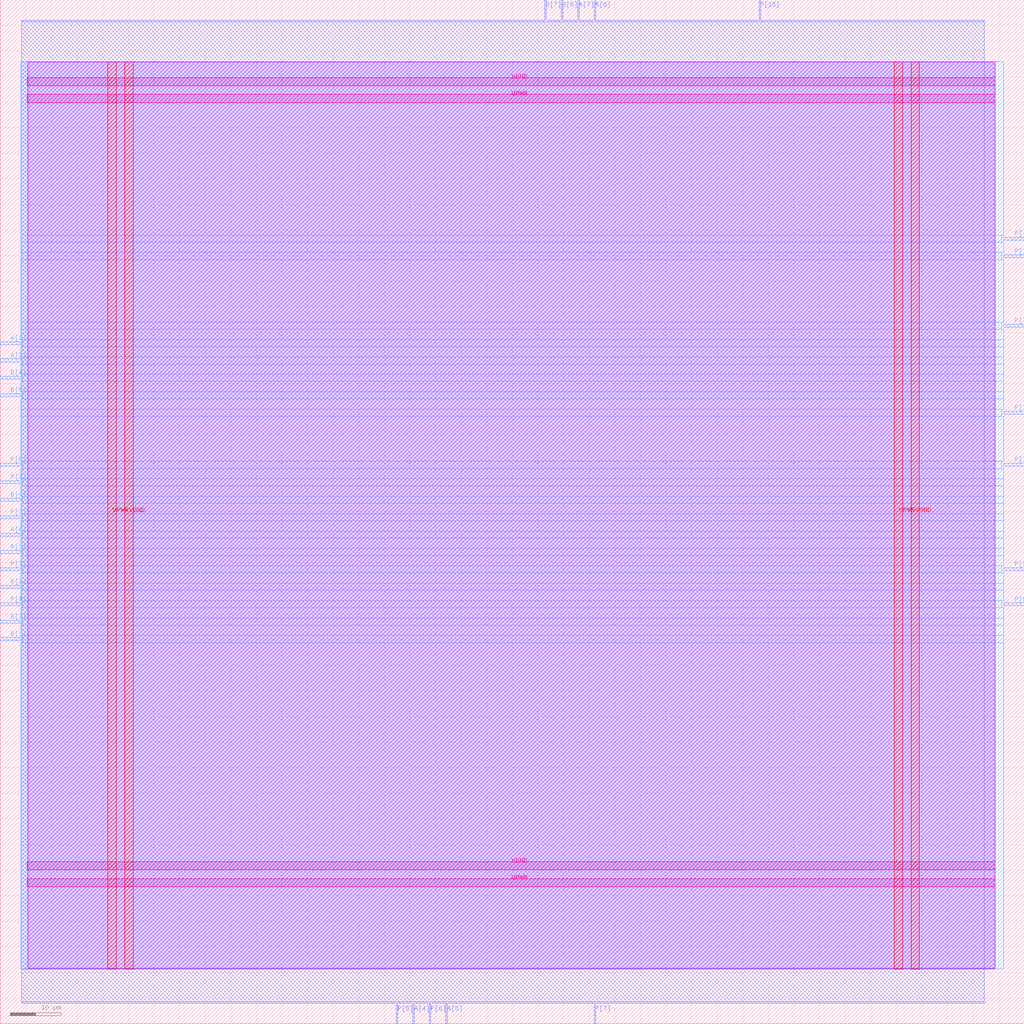
<source format=lef>
VERSION 5.7 ;
  NOWIREEXTENSIONATPIN ON ;
  DIVIDERCHAR "/" ;
  BUSBITCHARS "[]" ;
MACRO mult8_2bits_1op_e17341
  CLASS BLOCK ;
  FOREIGN mult8_2bits_1op_e17341 ;
  ORIGIN 0.000 0.000 ;
  SIZE 200.000 BY 200.000 ;
  PIN A[0]
    DIRECTION INPUT ;
    USE SIGNAL ;
    ANTENNAGATEAREA 0.495000 ;
    PORT
      LAYER met3 ;
        RECT 0.000 95.240 4.000 95.840 ;
    END
  END A[0]
  PIN A[1]
    DIRECTION INPUT ;
    USE SIGNAL ;
    ANTENNAGATEAREA 0.126000 ;
    PORT
      LAYER met3 ;
        RECT 0.000 91.840 4.000 92.440 ;
    END
  END A[1]
  PIN A[2]
    DIRECTION INPUT ;
    USE SIGNAL ;
    ANTENNAGATEAREA 0.196500 ;
    PORT
      LAYER met3 ;
        RECT 0.000 132.640 4.000 133.240 ;
    END
  END A[2]
  PIN A[3]
    DIRECTION INPUT ;
    USE SIGNAL ;
    ANTENNAGATEAREA 0.196500 ;
    PORT
      LAYER met3 ;
        RECT 0.000 129.240 4.000 129.840 ;
    END
  END A[3]
  PIN A[4]
    DIRECTION INPUT ;
    USE SIGNAL ;
    ANTENNAGATEAREA 0.213000 ;
    PORT
      LAYER met2 ;
        RECT 80.590 0.000 80.870 4.000 ;
    END
  END A[4]
  PIN A[5]
    DIRECTION INPUT ;
    USE SIGNAL ;
    ANTENNAGATEAREA 0.213000 ;
    PORT
      LAYER met2 ;
        RECT 87.030 0.000 87.310 4.000 ;
    END
  END A[5]
  PIN A[6]
    DIRECTION INPUT ;
    USE SIGNAL ;
    ANTENNAGATEAREA 0.213000 ;
    PORT
      LAYER met2 ;
        RECT 116.010 196.000 116.290 200.000 ;
    END
  END A[6]
  PIN A[7]
    DIRECTION INPUT ;
    USE SIGNAL ;
    ANTENNAGATEAREA 0.159000 ;
    PORT
      LAYER met2 ;
        RECT 112.790 196.000 113.070 200.000 ;
    END
  END A[7]
  PIN B[0]
    DIRECTION INPUT ;
    USE SIGNAL ;
    ANTENNAGATEAREA 0.159000 ;
    PORT
      LAYER met3 ;
        RECT 0.000 102.040 4.000 102.640 ;
    END
  END B[0]
  PIN B[1]
    DIRECTION INPUT ;
    USE SIGNAL ;
    ANTENNAGATEAREA 0.495000 ;
    PORT
      LAYER met3 ;
        RECT 0.000 74.840 4.000 75.440 ;
    END
  END B[1]
  PIN B[2]
    DIRECTION INPUT ;
    USE SIGNAL ;
    ANTENNAGATEAREA 0.159000 ;
    PORT
      LAYER met3 ;
        RECT 0.000 85.040 4.000 85.640 ;
    END
  END B[2]
  PIN B[3]
    DIRECTION INPUT ;
    USE SIGNAL ;
    ANTENNAGATEAREA 0.495000 ;
    PORT
      LAYER met3 ;
        RECT 0.000 78.240 4.000 78.840 ;
    END
  END B[3]
  PIN B[4]
    DIRECTION INPUT ;
    USE SIGNAL ;
    ANTENNAGATEAREA 0.247500 ;
    PORT
      LAYER met3 ;
        RECT 0.000 125.840 4.000 126.440 ;
    END
  END B[4]
  PIN B[5]
    DIRECTION INPUT ;
    USE SIGNAL ;
    ANTENNAGATEAREA 0.247500 ;
    PORT
      LAYER met3 ;
        RECT 0.000 122.440 4.000 123.040 ;
    END
  END B[5]
  PIN B[6]
    DIRECTION INPUT ;
    USE SIGNAL ;
    ANTENNAGATEAREA 0.213000 ;
    PORT
      LAYER met2 ;
        RECT 109.570 196.000 109.850 200.000 ;
    END
  END B[6]
  PIN B[7]
    DIRECTION INPUT ;
    USE SIGNAL ;
    ANTENNAGATEAREA 0.213000 ;
    PORT
      LAYER met2 ;
        RECT 106.350 196.000 106.630 200.000 ;
    END
  END B[7]
  PIN P[0]
    DIRECTION OUTPUT ;
    USE SIGNAL ;
    ANTENNADIFFAREA 0.445500 ;
    PORT
      LAYER met3 ;
        RECT 0.000 108.840 4.000 109.440 ;
    END
  END P[0]
  PIN P[10]
    DIRECTION OUTPUT ;
    USE SIGNAL ;
    ANTENNADIFFAREA 1.336500 ;
    PORT
      LAYER met3 ;
        RECT 196.000 108.840 200.000 109.440 ;
    END
  END P[10]
  PIN P[11]
    DIRECTION OUTPUT ;
    USE SIGNAL ;
    ANTENNADIFFAREA 1.336500 ;
    PORT
      LAYER met3 ;
        RECT 196.000 119.040 200.000 119.640 ;
    END
  END P[11]
  PIN P[12]
    DIRECTION OUTPUT ;
    USE SIGNAL ;
    ANTENNADIFFAREA 1.336500 ;
    PORT
      LAYER met3 ;
        RECT 196.000 136.040 200.000 136.640 ;
    END
  END P[12]
  PIN P[13]
    DIRECTION OUTPUT ;
    USE SIGNAL ;
    ANTENNADIFFAREA 0.891000 ;
    PORT
      LAYER met3 ;
        RECT 196.000 149.640 200.000 150.240 ;
    END
  END P[13]
  PIN P[14]
    DIRECTION OUTPUT ;
    USE SIGNAL ;
    ANTENNADIFFAREA 1.336500 ;
    PORT
      LAYER met3 ;
        RECT 196.000 153.040 200.000 153.640 ;
    END
  END P[14]
  PIN P[15]
    DIRECTION OUTPUT ;
    USE SIGNAL ;
    ANTENNADIFFAREA 1.782000 ;
    PORT
      LAYER met2 ;
        RECT 148.210 196.000 148.490 200.000 ;
    END
  END P[15]
  PIN P[1]
    DIRECTION OUTPUT ;
    USE SIGNAL ;
    ANTENNADIFFAREA 0.445500 ;
    PORT
      LAYER met3 ;
        RECT 0.000 98.640 4.000 99.240 ;
    END
  END P[1]
  PIN P[2]
    DIRECTION OUTPUT ;
    USE SIGNAL ;
    ANTENNADIFFAREA 0.445500 ;
    PORT
      LAYER met3 ;
        RECT 0.000 105.440 4.000 106.040 ;
    END
  END P[2]
  PIN P[3]
    DIRECTION OUTPUT ;
    USE SIGNAL ;
    ANTENNADIFFAREA 0.445500 ;
    PORT
      LAYER met3 ;
        RECT 0.000 88.440 4.000 89.040 ;
    END
  END P[3]
  PIN P[4]
    DIRECTION OUTPUT ;
    USE SIGNAL ;
    ANTENNADIFFAREA 0.445500 ;
    PORT
      LAYER met3 ;
        RECT 0.000 81.640 4.000 82.240 ;
    END
  END P[4]
  PIN P[5]
    DIRECTION OUTPUT ;
    USE SIGNAL ;
    ANTENNADIFFAREA 0.445500 ;
    PORT
      LAYER met2 ;
        RECT 77.370 0.000 77.650 4.000 ;
    END
  END P[5]
  PIN P[6]
    DIRECTION OUTPUT ;
    USE SIGNAL ;
    ANTENNADIFFAREA 0.445500 ;
    PORT
      LAYER met2 ;
        RECT 83.810 0.000 84.090 4.000 ;
    END
  END P[6]
  PIN P[7]
    DIRECTION OUTPUT ;
    USE SIGNAL ;
    ANTENNADIFFAREA 0.445500 ;
    PORT
      LAYER met2 ;
        RECT 116.010 0.000 116.290 4.000 ;
    END
  END P[7]
  PIN P[8]
    DIRECTION OUTPUT ;
    USE SIGNAL ;
    ANTENNADIFFAREA 0.891000 ;
    PORT
      LAYER met3 ;
        RECT 196.000 81.640 200.000 82.240 ;
    END
  END P[8]
  PIN P[9]
    DIRECTION OUTPUT ;
    USE SIGNAL ;
    ANTENNADIFFAREA 1.336500 ;
    PORT
      LAYER met3 ;
        RECT 196.000 88.440 200.000 89.040 ;
    END
  END P[9]
  PIN VGND
    DIRECTION INOUT ;
    USE GROUND ;
    PORT
      LAYER met4 ;
        RECT 24.340 10.640 25.940 187.920 ;
    END
    PORT
      LAYER met4 ;
        RECT 177.940 10.640 179.540 187.920 ;
    END
    PORT
      LAYER met5 ;
        RECT 5.280 30.030 194.360 31.630 ;
    END
    PORT
      LAYER met5 ;
        RECT 5.280 183.210 194.360 184.810 ;
    END
  END VGND
  PIN VPWR
    DIRECTION INOUT ;
    USE POWER ;
    PORT
      LAYER met4 ;
        RECT 21.040 10.640 22.640 187.920 ;
    END
    PORT
      LAYER met4 ;
        RECT 174.640 10.640 176.240 187.920 ;
    END
    PORT
      LAYER met5 ;
        RECT 5.280 26.730 194.360 28.330 ;
    END
    PORT
      LAYER met5 ;
        RECT 5.280 179.910 194.360 181.510 ;
    END
  END VPWR
  OBS
      LAYER nwell ;
        RECT 5.330 10.795 194.310 187.870 ;
      LAYER li1 ;
        RECT 5.520 10.795 194.120 187.765 ;
      LAYER met1 ;
        RECT 4.210 10.640 194.120 187.920 ;
      LAYER met2 ;
        RECT 4.230 195.720 106.070 196.000 ;
        RECT 106.910 195.720 109.290 196.000 ;
        RECT 110.130 195.720 112.510 196.000 ;
        RECT 113.350 195.720 115.730 196.000 ;
        RECT 116.570 195.720 147.930 196.000 ;
        RECT 148.770 195.720 192.190 196.000 ;
        RECT 4.230 4.280 192.190 195.720 ;
        RECT 4.230 4.000 77.090 4.280 ;
        RECT 77.930 4.000 80.310 4.280 ;
        RECT 81.150 4.000 83.530 4.280 ;
        RECT 84.370 4.000 86.750 4.280 ;
        RECT 87.590 4.000 115.730 4.280 ;
        RECT 116.570 4.000 192.190 4.280 ;
      LAYER met3 ;
        RECT 3.990 154.040 196.000 187.845 ;
        RECT 3.990 152.640 195.600 154.040 ;
        RECT 3.990 150.640 196.000 152.640 ;
        RECT 3.990 149.240 195.600 150.640 ;
        RECT 3.990 137.040 196.000 149.240 ;
        RECT 3.990 135.640 195.600 137.040 ;
        RECT 3.990 133.640 196.000 135.640 ;
        RECT 4.400 132.240 196.000 133.640 ;
        RECT 3.990 130.240 196.000 132.240 ;
        RECT 4.400 128.840 196.000 130.240 ;
        RECT 3.990 126.840 196.000 128.840 ;
        RECT 4.400 125.440 196.000 126.840 ;
        RECT 3.990 123.440 196.000 125.440 ;
        RECT 4.400 122.040 196.000 123.440 ;
        RECT 3.990 120.040 196.000 122.040 ;
        RECT 3.990 118.640 195.600 120.040 ;
        RECT 3.990 109.840 196.000 118.640 ;
        RECT 4.400 108.440 195.600 109.840 ;
        RECT 3.990 106.440 196.000 108.440 ;
        RECT 4.400 105.040 196.000 106.440 ;
        RECT 3.990 103.040 196.000 105.040 ;
        RECT 4.400 101.640 196.000 103.040 ;
        RECT 3.990 99.640 196.000 101.640 ;
        RECT 4.400 98.240 196.000 99.640 ;
        RECT 3.990 96.240 196.000 98.240 ;
        RECT 4.400 94.840 196.000 96.240 ;
        RECT 3.990 92.840 196.000 94.840 ;
        RECT 4.400 91.440 196.000 92.840 ;
        RECT 3.990 89.440 196.000 91.440 ;
        RECT 4.400 88.040 195.600 89.440 ;
        RECT 3.990 86.040 196.000 88.040 ;
        RECT 4.400 84.640 196.000 86.040 ;
        RECT 3.990 82.640 196.000 84.640 ;
        RECT 4.400 81.240 195.600 82.640 ;
        RECT 3.990 79.240 196.000 81.240 ;
        RECT 4.400 77.840 196.000 79.240 ;
        RECT 3.990 75.840 196.000 77.840 ;
        RECT 4.400 74.440 196.000 75.840 ;
        RECT 3.990 10.715 196.000 74.440 ;
  END
END mult8_2bits_1op_e17341
END LIBRARY


</source>
